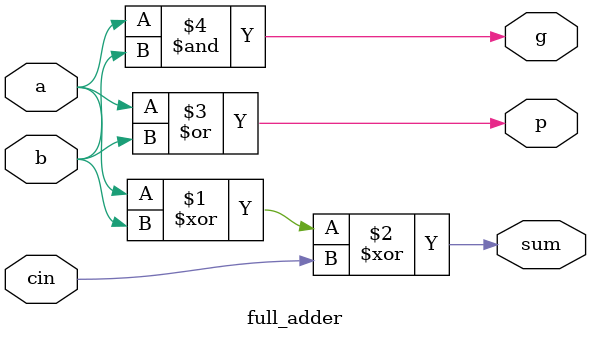
<source format=v>
module full_adder(
    input a, b, cin,
    output sum,
    output p, g
    );
    
    assign sum = a^b^cin;
    //assign cout = (b&cin)|(a&cin)|(a&b);
    
    assign p = a|b;
    assign g = a&b;
    
endmodule

</source>
